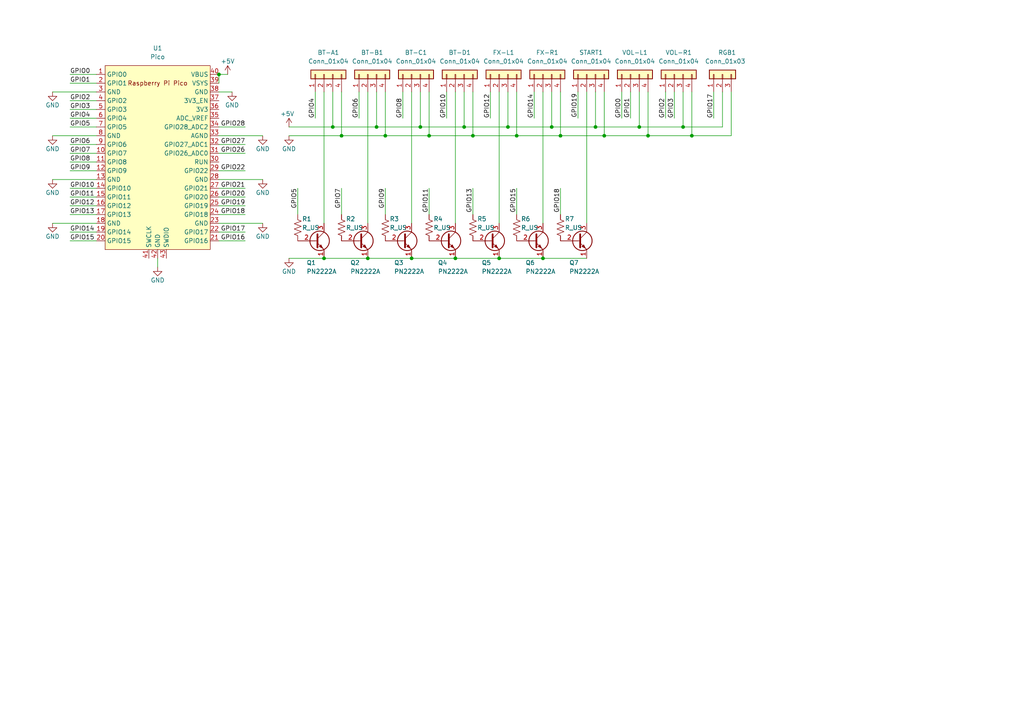
<source format=kicad_sch>
(kicad_sch (version 20230121) (generator eeschema)
  (paper "A4")
  (lib_symbols
    (symbol "Connector_Generic:Conn_01x03" (pin_names (offset 1.016) hide)
      (property "Reference" "J" (at 0 5.08 0))
      (property "Value" "Conn_01x03" (at 0 -5.08 0))
      (symbol "Conn_01x03_1_1"
        (rectangle (start -1.27 -2.413) (end 0 -2.667) (stroke (width 0.1524)))
        (rectangle (start -1.27 0.127) (end 0 -0.127) (stroke (width 0.1524)))
        (rectangle (start -1.27 2.667) (end 0 2.413) (stroke (width 0.1524)))
        (rectangle (start -1.27 3.81) (end 1.27 -3.81) (stroke (width 0.254)) (fill (type background)))
        (pin passive line (at -5.08 2.54 0) (length 3.81) (name "Pin_1") (number "1"))
        (pin passive line (at -5.08 0 0) (length 3.81) (name "Pin_2") (number "2"))
        (pin passive line (at -5.08 -2.54 0) (length 3.81) (name "Pin_3") (number "3"))
      )
    )
    (symbol "Connector_Generic:Conn_01x04" (pin_names (offset 1.016) hide)
      (property "Reference" "J" (at 0 5.08 0))
      (property "Value" "Conn_01x04" (at 0 -7.62 0))
      (symbol "Conn_01x04_1_1"
        (rectangle (start -1.27 -4.953) (end 0 -5.207) (stroke (width 0.1524)))
        (rectangle (start -1.27 -2.413) (end 0 -2.667) (stroke (width 0.1524)))
        (rectangle (start -1.27 0.127) (end 0 -0.127) (stroke (width 0.1524)))
        (rectangle (start -1.27 2.667) (end 0 2.413) (stroke (width 0.1524)))
        (rectangle (start -1.27 3.81) (end 1.27 -6.35) (stroke (width 0.254)) (fill (type background)))
        (pin passive line (at -5.08 2.54 0) (length 3.81) (name "Pin_1") (number "1"))
        (pin passive line (at -5.08 0 0) (length 3.81) (name "Pin_2") (number "2"))
        (pin passive line (at -5.08 -2.54 0) (length 3.81) (name "Pin_3") (number "3"))
        (pin passive line (at -5.08 -5.08 0) (length 3.81) (name "Pin_4") (number "4"))
      )
    )
    (symbol "Device:R_US" (pin_numbers hide) (pin_names (offset 0))
      (property "Reference" "R" (at 2.54 0 90))
      (property "Value" "R_US" (at -2.54 0 90))
      (symbol "R_US_0_1"
        (polyline (pts (xy 0 -2.286) (xy 0 -2.54)))
        (polyline (pts (xy 0 2.286) (xy 0 2.54)))
        (polyline (pts (xy 0 -0.762) (xy 1.016 -1.143) (xy 0 -1.524) (xy -1.016 -1.905) (xy 0 -2.286)))
        (polyline (pts (xy 0 0.762) (xy 1.016 0.381) (xy 0 0) (xy -1.016 -0.381) (xy 0 -0.762)))
        (polyline (pts (xy 0 2.286) (xy 1.016 1.905) (xy 0 1.524) (xy -1.016 1.143) (xy 0 0.762)))
      )
      (symbol "R_US_1_1"
        (pin passive line (at 0 3.81 270) (length 1.27) (name "~") (number "1"))
        (pin passive line (at 0 -3.81 90) (length 1.27) (name "~") (number "2"))
      )
    )
    (symbol "MCU_RaspberryPi_and_Boards:Pico"
      (property "Reference" "U" (at -13.97 27.94 0))
      (property "Value" "Pico" (at 0 19.05 0))
      (symbol "Pico_0_0"
        (text "Raspberry Pi Pico" (at 0 21.59 0) (effects (font (size 1.27 1.27))))
      )
      (symbol "Pico_0_1"
        (rectangle (start -15.24 26.67) (end 15.24 -26.67) (fill (type background)))
      )
      (symbol "Pico_1_1"
        (pin bidirectional line (at -17.78 24.13 0) (length 2.54) (name "GPIO0") (number "1"))
        (pin bidirectional line (at -17.78 1.27 0) (length 2.54) (name "GPIO7") (number "10"))
        (pin bidirectional line (at -17.78 -1.27 0) (length 2.54) (name "GPIO8") (number "11"))
        (pin bidirectional line (at -17.78 -3.81 0) (length 2.54) (name "GPIO9") (number "12"))
        (pin power_in line (at -17.78 -6.35 0) (length 2.54) (name "GND") (number "13"))
        (pin bidirectional line (at -17.78 -8.89 0) (length 2.54) (name "GPIO10") (number "14"))
        (pin bidirectional line (at -17.78 -11.43 0) (length 2.54) (name "GPIO11") (number "15"))
        (pin bidirectional line (at -17.78 -13.97 0) (length 2.54) (name "GPIO12") (number "16"))
        (pin bidirectional line (at -17.78 -16.51 0) (length 2.54) (name "GPIO13") (number "17"))
        (pin power_in line (at -17.78 -19.05 0) (length 2.54) (name "GND") (number "18"))
        (pin bidirectional line (at -17.78 -21.59 0) (length 2.54) (name "GPIO14") (number "19"))
        (pin bidirectional line (at -17.78 21.59 0) (length 2.54) (name "GPIO1") (number "2"))
        (pin bidirectional line (at -17.78 -24.13 0) (length 2.54) (name "GPIO15") (number "20"))
        (pin bidirectional line (at 17.78 -24.13 180) (length 2.54) (name "GPIO16") (number "21"))
        (pin bidirectional line (at 17.78 -21.59 180) (length 2.54) (name "GPIO17") (number "22"))
        (pin power_in line (at 17.78 -19.05 180) (length 2.54) (name "GND") (number "23"))
        (pin bidirectional line (at 17.78 -16.51 180) (length 2.54) (name "GPIO18") (number "24"))
        (pin bidirectional line (at 17.78 -13.97 180) (length 2.54) (name "GPIO19") (number "25"))
        (pin bidirectional line (at 17.78 -11.43 180) (length 2.54) (name "GPIO20") (number "26"))
        (pin bidirectional line (at 17.78 -8.89 180) (length 2.54) (name "GPIO21") (number "27"))
        (pin power_in line (at 17.78 -6.35 180) (length 2.54) (name "GND") (number "28"))
        (pin bidirectional line (at 17.78 -3.81 180) (length 2.54) (name "GPIO22") (number "29"))
        (pin power_in line (at -17.78 19.05 0) (length 2.54) (name "GND") (number "3"))
        (pin input line (at 17.78 -1.27 180) (length 2.54) (name "RUN") (number "30"))
        (pin bidirectional line (at 17.78 1.27 180) (length 2.54) (name "GPIO26_ADC0") (number "31"))
        (pin bidirectional line (at 17.78 3.81 180) (length 2.54) (name "GPIO27_ADC1") (number "32"))
        (pin power_in line (at 17.78 6.35 180) (length 2.54) (name "AGND") (number "33"))
        (pin bidirectional line (at 17.78 8.89 180) (length 2.54) (name "GPIO28_ADC2") (number "34"))
        (pin power_in line (at 17.78 11.43 180) (length 2.54) (name "ADC_VREF") (number "35"))
        (pin power_in line (at 17.78 13.97 180) (length 2.54) (name "3V3") (number "36"))
        (pin input line (at 17.78 16.51 180) (length 2.54) (name "3V3_EN") (number "37"))
        (pin bidirectional line (at 17.78 19.05 180) (length 2.54) (name "GND") (number "38"))
        (pin power_in line (at 17.78 21.59 180) (length 2.54) (name "VSYS") (number "39"))
        (pin bidirectional line (at -17.78 16.51 0) (length 2.54) (name "GPIO2") (number "4"))
        (pin power_in line (at 17.78 24.13 180) (length 2.54) (name "VBUS") (number "40"))
        (pin input line (at -2.54 -29.21 90) (length 2.54) (name "SWCLK") (number "41"))
        (pin power_in line (at 0 -29.21 90) (length 2.54) (name "GND") (number "42"))
        (pin bidirectional line (at 2.54 -29.21 90) (length 2.54) (name "SWDIO") (number "43"))
        (pin bidirectional line (at -17.78 13.97 0) (length 2.54) (name "GPIO3") (number "5"))
        (pin bidirectional line (at -17.78 11.43 0) (length 2.54) (name "GPIO4") (number "6"))
        (pin bidirectional line (at -17.78 8.89 0) (length 2.54) (name "GPIO5") (number "7"))
        (pin power_in line (at -17.78 6.35 0) (length 2.54) (name "GND") (number "8"))
        (pin bidirectional line (at -17.78 3.81 0) (length 2.54) (name "GPIO6") (number "9"))
      )
    )
    (symbol "Transistor_BJT:PN2222A" (pin_names (offset 0) hide)
      (property "Reference" "Q" (at 5.08 1.905 0))
      (property "Value" "PN2222A" (at 5.08 0 0))
      (symbol "PN2222A_0_1"
        (polyline (pts (xy 0 0) (xy 0.635 0)))
        (polyline (pts (xy 2.54 -2.54) (xy 0.635 -0.635)))
        (polyline (pts (xy 2.54 2.54) (xy 0.635 0.635)))
        (polyline (pts (xy 0.635 1.905) (xy 0.635 -1.905) (xy 0.635 -1.905)) (stroke (width 0.508)))
        (polyline (pts (xy 2.413 -2.413) (xy 1.905 -1.905) (xy 1.905 -1.905)))
        (polyline (pts (xy 1.143 -1.651) (xy 1.651 -1.143) (xy 2.159 -2.159) (xy 1.143 -1.651) (xy 1.143 -1.651)) (fill (type outline)))
        (circle (center 1.27 0) (radius 2.8194) (stroke (width 0.254)))
      )
      (symbol "PN2222A_1_1"
        (pin passive line (at 2.54 -5.08 90) (length 2.54) (name "E") (number "1"))
        (pin input line (at -5.08 0 0) (length 5.08) (name "B") (number "2"))
        (pin passive line (at 2.54 5.08 270) (length 2.54) (name "C") (number "3"))
      )
    )
    (symbol "power:+5V" (power) (pin_names (offset 0))
      (property "Value" "+5V" (at 0 3.556 0))
      (symbol "+5V_0_1"
        (polyline (pts (xy -0.762 1.27) (xy 0 2.54)))
        (polyline (pts (xy 0 0) (xy 0 2.54)))
        (polyline (pts (xy 0 2.54) (xy 0.762 1.27)))
      )
      (symbol "+5V_1_1"
        (pin power_in line (at 0 0 90) (length 0) hide (name "+5V") (number "1"))
      )
    )
    (symbol "power:GND" (power) (pin_names (offset 0))
      (property "Value" "GND" (at 0 -3.81 0))
      (symbol "GND_0_1"
        (polyline (pts (xy 0 0) (xy 0 -1.27) (xy 1.27 -1.27) (xy 0 -2.54) (xy -1.27 -1.27) (xy 0 -1.27)))
      )
      (symbol "GND_1_1"
        (pin power_in line (at 0 0 270) (length 0) hide (name "GND") (number "1"))
      )
    )
  )
  (junction (at 162.56 39.37))
  (junction (at 134.62 36.83))
  (junction (at 147.32 36.83))
  (junction (at 63.5 21.59))
  (junction (at 99.06 39.37))
  (junction (at 175.26 39.37))
  (junction (at 106.68 74.93))
  (junction (at 132.08 74.93))
  (junction (at 187.96 39.37))
  (junction (at 200.66 39.37))
  (junction (at 96.52 36.83))
  (junction (at 93.98 74.93))
  (junction (at 144.78 74.93))
  (junction (at 157.48 74.93))
  (junction (at 198.12 36.83))
  (junction (at 160.02 36.83))
  (junction (at 185.42 36.83))
  (junction (at 124.46 39.37))
  (junction (at 119.38 74.93))
  (junction (at 172.72 36.83))
  (junction (at 121.92 36.83))
  (junction (at 111.76 39.37))
  (junction (at 149.86 39.37))
  (junction (at 109.22 36.83))
  (junction (at 137.16 39.37))
  (wire (pts (xy 20.32 44.45) (xy 27.94 44.45)))
  (wire (pts (xy 109.22 26.67) (xy 109.22 36.83)))
  (wire (pts (xy 20.32 59.69) (xy 27.94 59.69)))
  (wire (pts (xy 20.32 54.61) (xy 27.94 54.61)))
  (wire (pts (xy 149.86 39.37) (xy 137.16 39.37)))
  (wire (pts (xy 172.72 36.83) (xy 185.42 36.83)))
  (wire (pts (xy 96.52 36.83) (xy 96.52 26.67)))
  (wire (pts (xy 162.56 54.61) (xy 162.56 62.23)))
  (wire (pts (xy 124.46 39.37) (xy 111.76 39.37)))
  (wire (pts (xy 160.02 36.83) (xy 172.72 36.83)))
  (wire (pts (xy 63.5 69.85) (xy 71.12 69.85)))
  (wire (pts (xy 154.94 26.67) (xy 154.94 34.29)))
  (wire (pts (xy 200.66 39.37) (xy 212.09 39.37)))
  (wire (pts (xy 167.64 26.67) (xy 167.64 34.29)))
  (wire (pts (xy 20.32 29.21) (xy 27.94 29.21)))
  (wire (pts (xy 187.96 39.37) (xy 175.26 39.37)))
  (wire (pts (xy 119.38 26.67) (xy 119.38 64.77)))
  (wire (pts (xy 147.32 36.83) (xy 134.62 36.83)))
  (wire (pts (xy 157.48 26.67) (xy 157.48 64.77)))
  (wire (pts (xy 106.68 26.67) (xy 106.68 64.77)))
  (wire (pts (xy 104.14 26.67) (xy 104.14 34.29)))
  (wire (pts (xy 63.5 44.45) (xy 71.12 44.45)))
  (wire (pts (xy 137.16 39.37) (xy 124.46 39.37)))
  (wire (pts (xy 209.55 26.67) (xy 209.55 36.83)))
  (wire (pts (xy 175.26 39.37) (xy 162.56 39.37)))
  (wire (pts (xy 20.32 31.75) (xy 27.94 31.75)))
  (wire (pts (xy 144.78 26.67) (xy 144.78 64.77)))
  (wire (pts (xy 63.5 54.61) (xy 71.12 54.61)))
  (wire (pts (xy 20.32 41.91) (xy 27.94 41.91)))
  (wire (pts (xy 160.02 26.67) (xy 160.02 36.83)))
  (wire (pts (xy 198.12 36.83) (xy 209.55 36.83)))
  (wire (pts (xy 170.18 26.67) (xy 170.18 64.77)))
  (wire (pts (xy 116.84 26.67) (xy 116.84 34.29)))
  (wire (pts (xy 132.08 74.93) (xy 144.78 74.93)))
  (wire (pts (xy 172.72 26.67) (xy 172.72 36.83)))
  (wire (pts (xy 175.26 26.67) (xy 175.26 39.37)))
  (wire (pts (xy 99.06 54.61) (xy 99.06 62.23)))
  (wire (pts (xy 195.58 26.67) (xy 195.58 34.29)))
  (wire (pts (xy 63.5 21.59) (xy 63.5 24.13)))
  (wire (pts (xy 20.32 49.53) (xy 27.94 49.53)))
  (wire (pts (xy 106.68 74.93) (xy 119.38 74.93)))
  (wire (pts (xy 20.32 57.15) (xy 27.94 57.15)))
  (wire (pts (xy 121.92 36.83) (xy 109.22 36.83)))
  (wire (pts (xy 147.32 26.67) (xy 147.32 36.83)))
  (wire (pts (xy 63.5 41.91) (xy 71.12 41.91)))
  (wire (pts (xy 132.08 26.67) (xy 132.08 64.77)))
  (wire (pts (xy 121.92 26.67) (xy 121.92 36.83)))
  (wire (pts (xy 20.32 69.85) (xy 27.94 69.85)))
  (wire (pts (xy 86.36 54.61) (xy 86.36 62.23)))
  (wire (pts (xy 137.16 26.67) (xy 137.16 39.37)))
  (wire (pts (xy 160.02 36.83) (xy 147.32 36.83)))
  (wire (pts (xy 198.12 26.67) (xy 198.12 36.83)))
  (wire (pts (xy 63.5 52.07) (xy 76.2 52.07)))
  (wire (pts (xy 96.52 36.83) (xy 109.22 36.83)))
  (wire (pts (xy 20.32 62.23) (xy 27.94 62.23)))
  (wire (pts (xy 149.86 26.67) (xy 149.86 39.37)))
  (wire (pts (xy 129.54 26.67) (xy 129.54 34.29)))
  (wire (pts (xy 212.09 26.67) (xy 212.09 39.37)))
  (wire (pts (xy 83.82 36.83) (xy 96.52 36.83)))
  (wire (pts (xy 93.98 74.93) (xy 106.68 74.93)))
  (wire (pts (xy 27.94 52.07) (xy 15.24 52.07)))
  (wire (pts (xy 27.94 64.77) (xy 15.24 64.77)))
  (wire (pts (xy 63.5 21.59) (xy 66.04 21.59)))
  (wire (pts (xy 93.98 26.67) (xy 93.98 64.77)))
  (wire (pts (xy 20.32 36.83) (xy 27.94 36.83)))
  (wire (pts (xy 137.16 54.61) (xy 137.16 62.23)))
  (wire (pts (xy 111.76 54.61) (xy 111.76 62.23)))
  (wire (pts (xy 63.5 26.67) (xy 67.31 26.67)))
  (wire (pts (xy 20.32 46.99) (xy 27.94 46.99)))
  (wire (pts (xy 63.5 59.69) (xy 71.12 59.69)))
  (wire (pts (xy 63.5 64.77) (xy 76.2 64.77)))
  (wire (pts (xy 63.5 39.37) (xy 76.2 39.37)))
  (wire (pts (xy 119.38 74.93) (xy 132.08 74.93)))
  (wire (pts (xy 149.86 54.61) (xy 149.86 62.23)))
  (wire (pts (xy 134.62 26.67) (xy 134.62 36.83)))
  (wire (pts (xy 63.5 36.83) (xy 71.12 36.83)))
  (wire (pts (xy 124.46 54.61) (xy 124.46 62.23)))
  (wire (pts (xy 162.56 26.67) (xy 162.56 39.37)))
  (wire (pts (xy 27.94 39.37) (xy 15.24 39.37)))
  (wire (pts (xy 20.32 24.13) (xy 27.94 24.13)))
  (wire (pts (xy 207.01 26.67) (xy 207.01 34.29)))
  (wire (pts (xy 93.98 74.93) (xy 83.82 74.93)))
  (wire (pts (xy 45.72 74.93) (xy 45.72 77.47)))
  (wire (pts (xy 20.32 67.31) (xy 27.94 67.31)))
  (wire (pts (xy 200.66 39.37) (xy 187.96 39.37)))
  (wire (pts (xy 193.04 26.67) (xy 193.04 34.29)))
  (wire (pts (xy 142.24 26.67) (xy 142.24 34.29)))
  (wire (pts (xy 63.5 62.23) (xy 71.12 62.23)))
  (wire (pts (xy 200.66 26.67) (xy 200.66 39.37)))
  (wire (pts (xy 162.56 39.37) (xy 149.86 39.37)))
  (wire (pts (xy 20.32 34.29) (xy 27.94 34.29)))
  (wire (pts (xy 144.78 74.93) (xy 157.48 74.93)))
  (wire (pts (xy 83.82 39.37) (xy 99.06 39.37)))
  (wire (pts (xy 63.5 67.31) (xy 71.12 67.31)))
  (wire (pts (xy 63.5 49.53) (xy 71.12 49.53)))
  (wire (pts (xy 157.48 74.93) (xy 170.18 74.93)))
  (wire (pts (xy 134.62 36.83) (xy 121.92 36.83)))
  (wire (pts (xy 20.32 21.59) (xy 27.94 21.59)))
  (wire (pts (xy 111.76 39.37) (xy 99.06 39.37)))
  (wire (pts (xy 198.12 36.83) (xy 185.42 36.83)))
  (wire (pts (xy 99.06 26.67) (xy 99.06 39.37)))
  (wire (pts (xy 91.44 26.67) (xy 91.44 34.29)))
  (wire (pts (xy 182.88 26.67) (xy 182.88 34.29)))
  (wire (pts (xy 124.46 26.67) (xy 124.46 39.37)))
  (wire (pts (xy 185.42 26.67) (xy 185.42 36.83)))
  (wire (pts (xy 180.34 26.67) (xy 180.34 34.29)))
  (wire (pts (xy 111.76 26.67) (xy 111.76 39.37)))
  (wire (pts (xy 27.94 26.67) (xy 15.24 26.67)))
  (wire (pts (xy 63.5 57.15) (xy 71.12 57.15)))
  (wire (pts (xy 187.96 26.67) (xy 187.96 39.37)))
  (label "GPIO28" (at 71.12 36.83 180))
  (label "GPIO8" (at 20.32 46.99 0))
  (label "GPIO10" (at 20.32 54.61 0))
  (label "GPIO4" (at 20.32 34.29 0))
  (label "GPIO5" (at 86.36 54.61 270))
  (label "GPIO12" (at 20.32 59.69 0))
  (label "GPIO10" (at 129.54 34.29 90))
  (label "GPIO18" (at 71.12 62.23 180))
  (label "GPIO14" (at 20.32 67.31 0))
  (label "GPIO0" (at 20.32 21.59 0))
  (label "GPIO22" (at 71.12 49.53 180))
  (label "GPIO18" (at 162.56 54.61 270))
  (label "GPIO6" (at 20.32 41.91 0))
  (label "GPIO17" (at 207.01 34.29 90))
  (label "GPIO5" (at 20.32 36.83 0))
  (label "GPIO20" (at 71.12 57.15 180))
  (label "GPIO15" (at 149.86 54.61 270))
  (label "GPIO11" (at 20.32 57.15 0))
  (label "GPIO4" (at 91.44 34.29 90))
  (label "GPIO9" (at 111.76 54.61 270))
  (label "GPIO16" (at 71.12 69.85 180))
  (label "GPIO26" (at 71.12 44.45 180))
  (label "GPIO2" (at 193.04 34.29 90))
  (label "GPIO21" (at 71.12 54.61 180))
  (label "GPIO8" (at 116.84 34.29 90))
  (label "GPIO12" (at 142.24 34.29 90))
  (label "GPIO14" (at 154.94 34.29 90))
  (label "GPIO6" (at 104.14 34.2673 90))
  (label "GPIO15" (at 20.32 69.85 0))
  (label "GPIO11" (at 124.46 54.61 270))
  (label "GPIO3" (at 195.58 34.29 90))
  (label "GPIO13" (at 20.32 62.23 0))
  (label "GPIO2" (at 20.32 29.21 0))
  (label "GPIO7" (at 99.06 54.61 270))
  (label "GPIO19" (at 71.12 59.69 180))
  (label "GPIO0" (at 180.34 34.29 90))
  (label "GPIO13" (at 137.16 54.61 270))
  (label "GPIO17" (at 71.12 67.31 180))
  (label "GPIO1" (at 182.88 34.2219 90))
  (label "GPIO3" (at 20.32 31.75 0))
  (label "GPIO7" (at 20.32 44.45 0))
  (label "GPIO9" (at 20.32 49.53 0))
  (label "GPIO19" (at 167.64 34.1337 90))
  (label "GPIO1" (at 20.32 24.13 0))
  (label "GPIO27" (at 71.12 41.91 180))
  (symbol (lib_id "Device:R_US") (at 99.06 66.04 0) (unit 1)
    (property "Reference" "R2" (at 100.33 63.5 0) (effects (justify left)))
    (property "Value" "R_US" (at 100.33 66.04 0) (effects (justify left)))
    (property "Footprint" "Resistor_THT:R_Axial_DIN0207_L6.3mm_D2.5mm_P10.16mm_Horizontal" (effects hide))
  )
  (symbol (lib_id "Connector_Generic:Conn_01x04") (at 157.48 21.59 90) (unit 1)
    (property "Reference" "FX-R1" (at 158.75 15.24 90))
    (property "Value" "Conn_01x04" (at 158.75 17.78 90))
    (property "Footprint" "Connector_JST:JST_XH_B4B-XH-A_1x04_P2.50mm_Vertical" (effects hide))
  )
  (symbol (lib_id "Connector_Generic:Conn_01x04") (at 195.58 21.59 90) (unit 1)
    (property "Reference" "VOL-R1" (at 196.85 15.24 90))
    (property "Value" "Conn_01x04" (at 196.85 17.78 90))
    (property "Footprint" "Connector_JST:JST_XH_B4B-XH-A_1x04_P2.50mm_Vertical" (effects hide))
  )
  (symbol (lib_id "Transistor_BJT:PN2222A") (at 116.84 69.85 0) (unit 1)
    (property "Reference" "Q3" (at 114.3 76.2 0) (effects (justify left)))
    (property "Value" "PN2222A" (at 114.3 78.74 0) (effects (justify left)))
    (property "Footprint" "Package_TO_SOT_THT:TO-92_Inline" (effects hide))
    (property "Datasheet" "https://www.onsemi.com/pub/Collateral/PN2222-D.PDF" (effects hide))
  )
  (symbol (lib_id "Transistor_BJT:PN2222A") (at 154.94 69.85 0) (unit 1)
    (property "Reference" "Q6" (at 152.4 76.2 0) (effects (justify left)))
    (property "Value" "PN2222A" (at 152.4 78.74 0) (effects (justify left)))
    (property "Footprint" "Package_TO_SOT_THT:TO-92_Inline" (effects hide))
    (property "Datasheet" "https://www.onsemi.com/pub/Collateral/PN2222-D.PDF" (effects hide))
  )
  (symbol (lib_id "Connector_Generic:Conn_01x03") (at 209.55 21.59 90) (unit 1)
    (property "Reference" "RGB1" (at 208.28 15.24 90) (effects (justify right)))
    (property "Value" "Conn_01x03" (at 204.47 17.78 90) (effects (justify right)))
    (property "Footprint" "Connector_JST:JST_XH_B3B-XH-A_1x03_P2.50mm_Vertical" (effects hide))
  )
  (symbol (lib_id "power:GND") (at 76.2 64.77 0) (unit 1)
    (property "Reference" "#PWR07" (effects hide))
    (property "Value" "GND" (at 76.2 68.58 0))
  )
  (symbol (lib_id "Connector_Generic:Conn_01x04") (at 170.18 21.59 90) (unit 1)
    (property "Reference" "START1" (at 171.45 15.24 90))
    (property "Value" "Conn_01x04" (at 171.45 17.78 90))
    (property "Footprint" "Connector_JST:JST_XH_B4B-XH-A_1x04_P2.50mm_Vertical" (effects hide))
  )
  (symbol (lib_id "Device:R_US") (at 86.36 66.04 0) (unit 1)
    (property "Reference" "R1" (at 87.63 63.5 0) (effects (justify left)))
    (property "Value" "R_US" (at 87.63 66.04 0) (effects (justify left)))
    (property "Footprint" "Resistor_THT:R_Axial_DIN0207_L6.3mm_D2.5mm_P10.16mm_Horizontal" (effects hide))
  )
  (symbol (lib_id "power:GND") (at 15.24 52.07 0) (unit 1)
    (property "Reference" "#PWR09" (effects hide))
    (property "Value" "GND" (at 15.24 55.88 0))
  )
  (symbol (lib_id "power:GND") (at 15.24 26.67 0) (unit 1)
    (property "Reference" "#PWR011" (effects hide))
    (property "Value" "GND" (at 15.24 30.48 0))
  )
  (symbol (lib_id "MCU_RaspberryPi_and_Boards:Pico") (at 45.72 45.72 0) (unit 1)
    (property "Reference" "U1" (at 45.72 13.97 0))
    (property "Value" "Pico" (at 45.72 16.51 0))
    (property "Footprint" "MCU_RaspberryPi_and_Boards:RPi_Pico_SMD_TH" (effects hide))
  )
  (symbol (lib_id "Connector_Generic:Conn_01x04") (at 132.08 21.59 90) (unit 1)
    (property "Reference" "BT-D1" (at 133.35 15.24 90))
    (property "Value" "Conn_01x04" (at 133.35 17.78 90))
    (property "Footprint" "Connector_JST:JST_XH_B4B-XH-A_1x04_P2.50mm_Vertical" (effects hide))
  )
  (symbol (lib_id "Connector_Generic:Conn_01x04") (at 144.78 21.59 90) (unit 1)
    (property "Reference" "FX-L1" (at 146.05 15.24 90))
    (property "Value" "Conn_01x04" (at 146.05 17.78 90))
    (property "Footprint" "Connector_JST:JST_XH_B4B-XH-A_1x04_P2.50mm_Vertical" (effects hide))
  )
  (symbol (lib_id "Device:R_US") (at 149.86 66.04 0) (unit 1)
    (property "Reference" "R6" (at 151.13 63.5 0) (effects (justify left)))
    (property "Value" "R_US" (at 151.13 66.04 0) (effects (justify left)))
    (property "Footprint" "Resistor_THT:R_Axial_DIN0207_L6.3mm_D2.5mm_P10.16mm_Horizontal" (effects hide))
  )
  (symbol (lib_id "Connector_Generic:Conn_01x04") (at 106.68 21.59 90) (unit 1)
    (property "Reference" "BT-B1" (at 107.95 15.24 90))
    (property "Value" "Conn_01x04" (at 107.95 17.78 90))
    (property "Footprint" "Connector_JST:JST_XH_B4B-XH-A_1x04_P2.50mm_Vertical" (effects hide))
  )
  (symbol (lib_id "power:GND") (at 76.2 52.07 0) (unit 1)
    (property "Reference" "#PWR06" (effects hide))
    (property "Value" "GND" (at 76.2 55.88 0))
  )
  (symbol (lib_id "power:GND") (at 83.82 39.37 0) (unit 1)
    (property "Reference" "#PWR03" (effects hide))
    (property "Value" "GND" (at 83.82 43.18 0))
  )
  (symbol (lib_id "Transistor_BJT:PN2222A") (at 129.54 69.85 0) (unit 1)
    (property "Reference" "Q4" (at 127 76.2 0) (effects (justify left)))
    (property "Value" "PN2222A" (at 127 78.74 0) (effects (justify left)))
    (property "Footprint" "Package_TO_SOT_THT:TO-92_Inline" (effects hide))
    (property "Datasheet" "https://www.onsemi.com/pub/Collateral/PN2222-D.PDF" (effects hide))
  )
  (symbol (lib_id "Device:R_US") (at 124.46 66.04 0) (unit 1)
    (property "Reference" "R4" (at 125.73 63.5 0) (effects (justify left)))
    (property "Value" "R_US" (at 125.73 66.04 0) (effects (justify left)))
    (property "Footprint" "Resistor_THT:R_Axial_DIN0207_L6.3mm_D2.5mm_P10.16mm_Horizontal" (effects hide))
  )
  (symbol (lib_id "power:GND") (at 15.24 64.77 0) (unit 1)
    (property "Reference" "#PWR08" (effects hide))
    (property "Value" "GND" (at 15.24 68.58 0))
  )
  (symbol (lib_id "Transistor_BJT:PN2222A") (at 167.64 69.85 0) (unit 1)
    (property "Reference" "Q7" (at 165.1 76.2 0) (effects (justify left)))
    (property "Value" "PN2222A" (at 165.1 78.74 0) (effects (justify left)))
    (property "Footprint" "Package_TO_SOT_THT:TO-92_Inline" (effects hide))
    (property "Datasheet" "https://www.onsemi.com/pub/Collateral/PN2222-D.PDF" (effects hide))
  )
  (symbol (lib_id "power:GND") (at 76.2 39.37 0) (unit 1)
    (property "Reference" "#PWR013" (effects hide))
    (property "Value" "GND" (at 76.2 43.18 0))
  )
  (symbol (lib_id "Transistor_BJT:PN2222A") (at 142.24 69.85 0) (unit 1)
    (property "Reference" "Q5" (at 139.7 76.2 0) (effects (justify left)))
    (property "Value" "PN2222A" (at 139.7 78.74 0) (effects (justify left)))
    (property "Footprint" "Package_TO_SOT_THT:TO-92_Inline" (effects hide))
    (property "Datasheet" "https://www.onsemi.com/pub/Collateral/PN2222-D.PDF" (effects hide))
  )
  (symbol (lib_id "power:GND") (at 45.72 77.47 0) (unit 1)
    (property "Reference" "#PWR012" (effects hide))
    (property "Value" "GND" (at 45.72 81.28 0))
  )
  (symbol (lib_id "power:+5V") (at 66.04 21.59 0) (unit 1)
    (property "Reference" "#PWR01" (effects hide))
    (property "Value" "+5V" (at 66.04 17.78 0))
  )
  (symbol (lib_id "Connector_Generic:Conn_01x04") (at 93.98 21.59 90) (unit 1)
    (property "Reference" "BT-A1" (at 95.25 15.24 90))
    (property "Value" "Conn_01x04" (at 95.25 17.78 90))
    (property "Footprint" "Connector_JST:JST_XH_B4B-XH-A_1x04_P2.50mm_Vertical" (effects hide))
  )
  (symbol (lib_id "Connector_Generic:Conn_01x04") (at 182.88 21.59 90) (unit 1)
    (property "Reference" "VOL-L1" (at 184.15 15.24 90))
    (property "Value" "Conn_01x04" (at 184.15 17.78 90))
    (property "Footprint" "Connector_JST:JST_XH_B4B-XH-A_1x04_P2.50mm_Vertical" (effects hide))
  )
  (symbol (lib_id "Connector_Generic:Conn_01x04") (at 119.38 21.59 90) (unit 1)
    (property "Reference" "BT-C1" (at 120.65 15.24 90))
    (property "Value" "Conn_01x04" (at 120.65 17.78 90))
    (property "Footprint" "Connector_JST:JST_XH_B4B-XH-A_1x04_P2.50mm_Vertical" (effects hide))
  )
  (symbol (lib_id "Transistor_BJT:PN2222A") (at 91.44 69.85 0) (unit 1)
    (property "Reference" "Q1" (at 88.9 76.2 0) (effects (justify left)))
    (property "Value" "PN2222A" (at 88.9 78.74 0) (effects (justify left)))
    (property "Footprint" "Package_TO_SOT_THT:TO-92_Inline" (effects hide))
    (property "Datasheet" "https://www.onsemi.com/pub/Collateral/PN2222-D.PDF" (effects hide))
  )
  (symbol (lib_id "power:GND") (at 83.82 74.93 0) (unit 1)
    (property "Reference" "#PWR05" (effects hide))
    (property "Value" "GND" (at 83.82 78.74 0))
  )
  (symbol (lib_id "Device:R_US") (at 111.76 66.04 0) (unit 1)
    (property "Reference" "R3" (at 113.03 63.5 0) (effects (justify left)))
    (property "Value" "R_US" (at 113.03 66.04 0) (effects (justify left)))
    (property "Footprint" "Resistor_THT:R_Axial_DIN0207_L6.3mm_D2.5mm_P10.16mm_Horizontal" (effects hide))
  )
  (symbol (lib_id "power:GND") (at 67.31 26.67 0) (unit 1)
    (property "Reference" "#PWR02" (effects hide))
    (property "Value" "GND" (at 67.31 30.48 0))
  )
  (symbol (lib_id "Device:R_US") (at 162.56 66.04 0) (unit 1)
    (property "Reference" "R7" (at 163.83 63.5 0) (effects (justify left)))
    (property "Value" "R_US" (at 163.83 66.04 0) (effects (justify left)))
    (property "Footprint" "Resistor_THT:R_Axial_DIN0207_L6.3mm_D2.5mm_P10.16mm_Horizontal" (effects hide))
  )
  (symbol (lib_id "power:GND") (at 15.24 39.37 0) (unit 1)
    (property "Reference" "#PWR010" (effects hide))
    (property "Value" "GND" (at 15.24 43.18 0))
  )
  (symbol (lib_id "power:+5V") (at 83.82 36.83 0) (unit 1)
    (property "Reference" "#PWR04" (effects hide))
    (property "Value" "+5V" (at 81.28 33.02 0) (effects (justify left)))
  )
  (symbol (lib_id "Device:R_US") (at 137.16 66.04 0) (unit 1)
    (property "Reference" "R5" (at 138.43 63.5 0) (effects (justify left)))
    (property "Value" "R_US" (at 138.43 66.04 0) (effects (justify left)))
    (property "Footprint" "Resistor_THT:R_Axial_DIN0207_L6.3mm_D2.5mm_P10.16mm_Horizontal" (effects hide))
  )
  (symbol (lib_id "Transistor_BJT:PN2222A") (at 104.14 69.85 0) (unit 1)
    (property "Reference" "Q2" (at 101.6 76.2 0) (effects (justify left)))
    (property "Value" "PN2222A" (at 101.6 78.74 0) (effects (justify left)))
    (property "Footprint" "Package_TO_SOT_THT:TO-92_Inline" (effects hide))
    (property "Datasheet" "https://www.onsemi.com/pub/Collateral/PN2222-D.PDF" (effects hide))
  )
)
</source>
